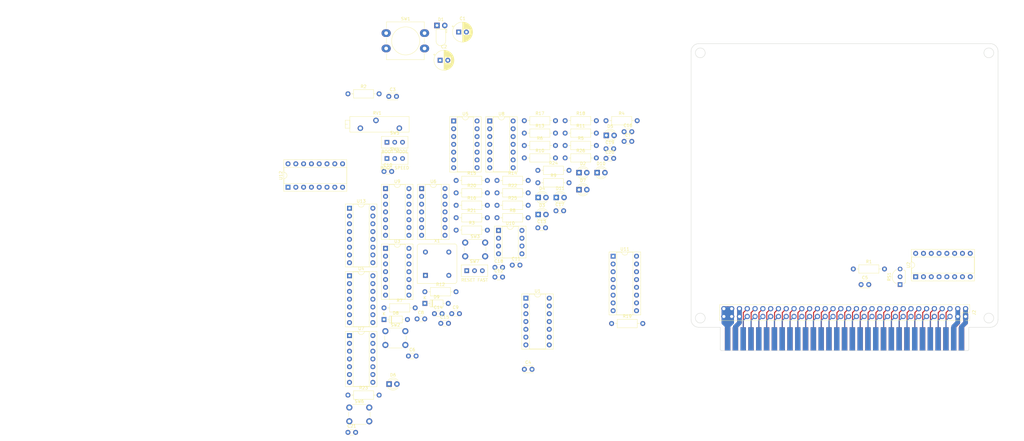
<source format=kicad_pcb>
(kicad_pcb (version 20211014) (generator pcbnew)
  (title_block (title "Clock card") (date "2022-10-15") (rev "1") (company "Frédéric Segard, aka Micro Hobbyist"))
  (layers (0 "F.Cu" signal) (31 "B.Cu" signal) (34 "B.Paste" user) (35 "F.Paste" user) (36 "B.SilkS" user "B.Silkscreen") (37 "F.SilkS" user "F.Silkscreen") (38 "B.Mask" user) (39 "F.Mask" user) (44 "Edge.Cuts" user))
  (net 0 "")
  (net 1 "+5V")
  (net 2 "GND")
  (net 3 "Net-(C5-Pad1)")
  (net 4 "Net-(C6-Pad1)")
  (net 5 "Net-(C7-Pad1)")
  (net 6 "Net-(C8-Pad1)")
  (net 7 "Net-(C9-Pad1)")
  (net 8 "Net-(C10-Pad1)")
  (net 9 "Net-(D1-Pad2)")
  (net 10 "Net-(D2-Pad2)")
  (net 11 "Net-(D3-Pad2)")
  (net 12 "Net-(D4-Pad2)")
  (net 13 "Net-(D5-Pad2)")
  (net 14 "Net-(D6-Pad1)")
  (net 15 "Net-(D7-Pad1)")
  (net 16 "Net-(D8-Pad2)")
  (net 17 "Net-(D10-Pad1)")
  (net 18 "Net-(D8-Pad1)")
  (net 19 "Net-(D9-Pad1)")
  (net 20 "Net-(D11-Pad2)")
  (net 21 "Net-(R2-Pad1)")
  (net 22 "/A15")
  (net 23 "/A14")
  (net 24 "/A13")
  (net 25 "/A12")
  (net 26 "/A11")
  (net 27 "/A10")
  (net 28 "/A9")
  (net 29 "/A8")
  (net 30 "/A7")
  (net 31 "/A6")
  (net 32 "/A5")
  (net 33 "/A4")
  (net 34 "/A3")
  (net 35 "/A2")
  (net 36 "/A1")
  (net 37 "/A0")
  (net 38 "/D0")
  (net 39 "/D1")
  (net 40 "/D2")
  (net 41 "/D3")
  (net 42 "/D4")
  (net 43 "/D5")
  (net 44 "/D6")
  (net 45 "/D7")
  (net 46 "/TX")
  (net 47 "/RX")
  (net 48 "/+3V3")
  (net 49 "/~{M1}")
  (net 50 "/~{RESET}")
  (net 51 "/CLK")
  (net 52 "/~{INT}")
  (net 53 "/~{MREQ}")
  (net 54 "/~{WR}")
  (net 55 "/~{RD}")
  (net 56 "/~{IORQ}")
  (net 57 "/~{MR}")
  (net 58 "/CLK2")
  (net 59 "/~{BUSAK}")
  (net 60 "/~{HALT}")
  (net 61 "/~{BUSRQ}")
  (net 62 "/~{WAIT}")
  (net 63 "/~{NMI}")
  (net 64 "/~{CLK_EN}")
  (net 65 "/~{CLK_SEL}")
  (net 66 "/CLK4")
  (net 67 "/~{PWR_UP}")
  (net 68 "/USER1")
  (net 69 "/USER2")
  (net 70 "/USER3")
  (net 71 "/USER4")
  (net 72 "/USER5")
  (net 73 "/USER6")
  (net 74 "/USER7")
  (net 75 "/USER8")
  (net 76 "Net-(R3-Pad2)")
  (net 77 "Net-(R5-Pad2)")
  (net 78 "Net-(R7-Pad1)")
  (net 79 "Net-(R8-Pad1)")
  (net 80 "Net-(R9-Pad1)")
  (net 81 "Net-(R10-Pad1)")
  (net 82 "Net-(R11-Pad1)")
  (net 83 "Net-(R12-Pad1)")
  (net 84 "Net-(R15-Pad2)")
  (net 85 "/Clock/SPEED")
  (net 86 "/Clock/MODE")
  (net 87 "Net-(R16-Pad1)")
  (net 88 "Net-(R17-Pad2)")
  (net 89 "Net-(R22-Pad1)")
  (net 90 "Net-(R20-Pad1)")
  (net 91 "Net-(R21-Pad1)")
  (net 92 "Net-(U1-Pad12)")
  (net 93 "Net-(R24-Pad1)")
  (net 94 "Net-(R26-Pad1)")
  (net 96 "Net-(U1-Pad2)")
  (net 99 "Net-(U3-Pad2)")
  (net 100 "Net-(U2-Pad2)")
  (net 101 "Net-(U2-Pad5)")
  (net 102 "Net-(U2-Pad11)")
  (net 103 "Net-(U2-Pad10)")
  (net 104 "Net-(U2-Pad12)")
  (net 105 "Net-(U3-Pad1)")
  (net 106 "Net-(U3-Pad3)")
  (net 107 "Net-(U3-Pad4)")
  (net 108 "Net-(U12-Pad5)")
  (net 109 "/Clock/FAST")
  (net 110 "Net-(U3-Pad8)")
  (net 111 "/Clock/CLK1")
  (net 112 "Net-(U3-Pad10)")
  (net 114 "Net-(U4-Pad2)")
  (net 115 "Net-(U4-Pad4)")
  (net 116 "/Clock/STEP")
  (net 117 "Net-(U13-Pad6)")
  (net 118 "Net-(U6-Pad2)")
  (net 119 "Net-(U6-Pad12)")
  (net 120 "Net-(U7-Pad2)")
  (net 121 "Net-(U7-Pad3)")
  (net 122 "Net-(U7-Pad12)")
  (net 123 "/Clock/SLOW")
  (net 124 "Net-(U10-Pad3)")
  (net 125 "/Clock/Q0")
  (net 128 "/Clock/Q1")
  (net 129 "Net-(U12-Pad6)")
  (footprint "Package_DIP:DIP-14_W7.62mm_Socket" (layer "F.Cu") (at -10.145 93.16)
    (fp_text reference "U9")
    (fp_text value "74AHC74")
  )
  (footprint "Resistor_THT:R_Axial_DIN0207_L6.3mm_D2.5mm_P10.16mm_Horizontal" (layer "F.Cu") (at 26.165 94.56)
    (fp_text reference "R22")
    (fp_text value "3K3")
  )
  (footprint "Package_DIP:DIP-16_W7.62mm_Socket" (layer "F.Cu") (at 64 115.21)
    (fp_text reference "U11")
    (fp_text value "74AHC138")
  )
  (footprint "Package_DIP:DIP-14_W7.62mm_Socket" (layer "F.Cu") (at 35.57 128.9)
    (fp_text reference "U1")
    (fp_text value "74AHC14")
  )
  (footprint "Resistor_THT:R_Axial_DIN0207_L6.3mm_D2.5mm_P10.16mm_Horizontal" (layer "F.Cu") (at 12.855 98.61)
    (fp_text reference "R16")
    (fp_text value "220")
  )
  (footprint "Capacitor_THT:C_Disc_D3.0mm_W1.6mm_P2.50mm" (layer "F.Cu") (at 5.775 133.96)
    (fp_text reference "C14")
    (fp_text value "0.1uF")
  )
  (footprint "Resistor_THT:R_Axial_DIN0207_L6.3mm_D2.5mm_P10.16mm_Horizontal" (layer "F.Cu") (at 12.855 90.51)
    (fp_text reference "R15")
    (fp_text value "1K")
  )
  (footprint "LED_THT:LED_D3.0mm" (layer "F.Cu") (at 39.575 96.06)
    (fp_text reference "D4")
    (fp_text value "FAST")
  )
  (footprint "Capacitor_THT:C_Disc_D3.0mm_W2.0mm_P2.50mm" (layer "F.Cu") (at 144.78 124.46)
    (fp_text reference "C5")
    (fp_text value "1uF")
  )
  (footprint "Resistor_THT:R_Axial_DIN0207_L6.3mm_D2.5mm_P10.16mm_Horizontal" (layer "F.Cu") (at 61.675 71.01)
    (fp_text reference "R4")
    (fp_text value "20K")
  )
  (footprint "Resistor_THT:R_Axial_DIN0207_L6.3mm_D2.5mm_P10.16mm_Horizontal" (layer "F.Cu") (at 35.055 71.01)
    (fp_text reference "R17")
    (fp_text value "1K")
  )
  (footprint "Resistor_THT:R_Axial_DIN0207_L6.3mm_D2.5mm_P10.16mm_Horizontal" (layer "F.Cu") (at 2.665 126.81)
    (fp_text reference "R12")
    (fp_text value "3K3")
  )
  (footprint "Button_Switch_THT:SW_PUSH_6mm" (layer "F.Cu") (at 15.805 110.76)
    (fp_text reference "SW3")
    (fp_text value "SPEED")
  )
  (footprint "Capacitor_THT:CP_Radial_D6.3mm_P2.50mm" (layer "F.Cu") (at 7.640241 51.3)
    (fp_text reference "C2")
    (fp_text value "10uF")
  )
  (footprint "LED_THT:LED_D3.0mm" (layer "F.Cu") (at 58.785 87.96)
    (fp_text reference "D10")
    (fp_text value "HIGH")
  )
  (footprint "Resistor_THT:R_Axial_DIN0207_L6.3mm_D2.5mm_P10.16mm_Horizontal" (layer "F.Cu") (at -10.645 132.06)
    (fp_text reference "R7")
    (fp_text value "3K3")
  )
  (footprint "Capacitor_THT:C_Disc_D3.0mm_W1.6mm_P2.50mm" (layer "F.Cu") (at -2.695 147.76)
    (fp_text reference "C6")
    (fp_text value "1uF")
  )
  (footprint "Package_DIP:DIP-14_W7.62mm_Socket" (layer "F.Cu") (at 12.055 71.11)
    (fp_text reference "U5")
    (fp_text value "74AHC74")
  )
  (footprint "0_Z80_Library:Microswitch_2.54mm_spacing" (layer "F.Cu") (at 16.3085 119.9405)
    (fp_text reference "SW7")
    (fp_text value "RESET FAST")
  )
  (footprint "Button_Switch_THT:SW_PUSH_6mm" (layer "F.Cu") (at -21.945 164.56)
    (fp_text reference "SW6")
    (fp_text value "STEP")
  )
  (footprint "Package_DIP:DIP-14_W7.62mm_Socket" (layer "F.Cu") (at -10.145 112.66)
    (fp_text reference "U3")
    (fp_text value "74AHC08")
  )
  (footprint "Resistor_THT:R_Axial_DIN0207_L6.3mm_D2.5mm_P10.16mm_Horizontal" (layer "F.Cu") (at -22.395 160.51)
    (fp_text reference "R23")
    (fp_text value "330")
  )
  (footprint "Capacitor_THT:C_Disc_D3.0mm_W1.6mm_P2.50mm" (layer "F.Cu") (at 39.475 105.96)
    (fp_text reference "C13")
    (fp_text value "0.1uF")
  )
  (footprint "0_Z80_Library:BUS_XT" (layer "F.Cu") (at 139.39 138.39)
    (fp_text reference "J1" hide)
    (fp_text value "BUS 1")
    (fp_line (start 40.5 7.2) (end 40.5 0) (layer "Edge.Cuts") (width 0.12))
    (fp_line (start -40.1 7.6) (end 40.1 7.6) (layer "Edge.Cuts") (width 0.12))
    (fp_line (start 47.5 0) (end 40.5 0) (layer "Edge.Cuts") (width 0.12))
    (fp_line (start -47.5 -92.5) (end 47.5 -92.5) (layer "Edge.Cuts") (width 0.12))
    (fp_line (start -40.5 7.2) (end -40.5 0) (layer "Edge.Cuts") (width 0.12))
    (fp_line (start -47.5 0) (end -40.5 0) (layer "Edge.Cuts") (width 0.12))
    (fp_line (start 50 -90) (end 50 -2.5) (layer "Edge.Cuts") (width 0.12))
    (fp_line (start -50 -2.5) (end -50 -90) (layer "Edge.Cuts") (width 0.12))
    (fp_arc (start 40.5 7.2) (mid 40.382843 7.482843) (end 40.1 7.6) (layer "Edge.Cuts") (width 0.12))
    (fp_arc (start -40.1 7.6) (mid -40.382843 7.482843) (end -40.5 7.2) (layer "Edge.Cuts") (width 0.12))
    (fp_arc (start -47.5 0) (mid -49.267767 -0.732233) (end -50 -2.5) (layer "Edge.Cuts") (width 0.12))
    (fp_arc (start -50 -90) (mid -49.267767 -91.767767) (end -47.5 -92.5) (layer "Edge.Cuts") (width 0.12))
    (fp_arc (start 47.5 -92.5) (mid 49.267767 -91.767767) (end 50 -90) (layer "Edge.Cuts") (width 0.12))
    (fp_arc (start 50 -2.5) (mid 49.267767 -0.732233) (end 47.5 0) (layer "Edge.Cuts") (width 0.12))
    (fp_circle (center 47 -3) (end 48.6 -3) (layer "Edge.Cuts") (width 0.12) (fill none))
    (fp_circle (center 47 -89.5) (end 48.6 -89.5) (layer "Edge.Cuts") (width 0.12) (fill none))
    (fp_circle (center -47 -89.5) (end -45.4 -89.5) (layer "Edge.Cuts") (width 0.12) (fill none))
    (fp_circle (center -47 -3) (end -45.4 -3) (layer "Edge.Cuts") (width 0.12) (fill none))
  )
  (footprint "Resistor_THT:R_Axial_DIN0207_L6.3mm_D2.5mm_P10.16mm_Horizontal" (layer "F.Cu") (at 12.855 106.71)
    (fp_text reference "R3")
    (fp_text value "1K")
  )
  (footprint "Capacitor_THT:C_Disc_D3.0mm_W1.6mm_P2.50mm" (layer "F.Cu") (at 11.425 133.96)
    (fp_text reference "C9")
    (fp_text value "1uF")
  )
  (footprint "Resistor_THT:R_Axial_DIN0207_L6.3mm_D2.5mm_P10.16mm_Horizontal" (layer "F.Cu") (at 48.365 75.06)
    (fp_text reference "R11")
    (fp_text value "3K3")
  )
  (footprint "Capacitor_THT:C_Disc_D3.0mm_W1.6mm_P2.50mm" (layer "F.Cu") (at 61.675 83.31)
    (fp_text reference "C20")
    (fp_text value "0.1uF")
  )
  (footprint "Diode_THT:D_DO-35_SOD27_P7.62mm_Horizontal" (layer "F.Cu") (at -10.645 135.86)
    (fp_text reference "D8")
    (fp_text value "1N4148")
  )
  (footprint "0_Z80_Library:Microswitch_2.54mm_spacing" (layer "F.Cu") (at -9.6915 78.0405)
    (fp_text reference "SW5")
    (fp_text value "BOOT MODE")
  )
  (footprint "Package_DIP:DIP-16_W7.62mm_Socket" (layer "F.Cu") (at 162.56 121.92 90)
    (fp_text reference "U2")
    (fp_text value "74AHC174")
  )
  (footprint "LED_THT:LED_D3.0mm" (layer "F.Cu") (at 61.775 75.81)
    (fp_text reference "D5")
    (fp_text value "STEP")
  )
  (footprint "Package_DIP:DIP-14_W7.62mm_Socket" (layer "F.Cu") (at 1.605 93.16)
    (fp_text reference "U6")
    (fp_text value "74AHC74")
  )
  (footprint "Connector_PinSocket_2.54mm:PinSocket_2x32_P2.54mm_Vertical" (layer "F.Cu") (at 178.816 134.874 -90)
    (fp_text reference "J2")
    (fp_text value "EXT BUS")
  )
  (footprint "Resistor_THT:R_Axial_DIN0207_L6.3mm_D2.5mm_P10.16mm_Horizontal" (layer "F.Cu") (at 39.475 91.26)
    (fp_text reference "R9")
    (fp_text value "150")
  )
  (footprint "Potentiometer_THT:Potentiometer_Bourns_3006P_Horizontal" (layer "F.Cu") (at -5.645 73.46)
    (fp_text reference "RV1")
    (fp_text value "5M")
  )
  (footprint "Capacitor_THT:C_Disc_D3.0mm_W1.6mm_P2.50mm" (layer "F.Cu") (at -22.395 172.66)
    (fp_text reference "C21")
    (fp_text value "0.1uF")
  )
  (footprint "Capacitor_THT:C_Disc_D3.0mm_W1.6mm_P2.50mm" (layer "F.Cu") (at 31.135 118.11)
    (fp_text reference "C11")
    (fp_text value "0.1uF")
  )
  (footprint "Resistor_THT:R_Axial_DIN0207_L6.3mm_D2.5mm_P10.16mm_Horizontal" (layer "F.Cu") (at 35.055 79.11)
    (fp_text reference "R6")
    (fp_text value "20K")
  )
  (footprint "Resistor_THT:R_Axial_DIN0207_L6.3mm_D2.5mm_P10.16mm_Horizontal" (layer "F.Cu") (at 48.365 79.11)
    (fp_text reference "R5")
    (fp_text value "1K")
  )
  (footprint "LED_THT:LED_D3.0mm" (layer "F.Cu") (at 45.475 96.06)
    (fp_text reference "D11")
    (fp_text value "CLOCK")
  )
  (footprint "Capacitor_THT:CP_Radial_D6.3mm_P2.50mm" (layer "F.Cu") (at 13.690241 42.1)
    (fp_text reference "C1")
    (fp_text value "10uF")
  )
  (footprint "Capacitor_THT:C_Disc_D3.0mm_W1.6mm_P2.50mm" (layer "F.Cu") (at -10.645 87.58)
    (fp_text reference "C10")
    (fp_text value "0.1uF")
  )
  (footprint "Package_DIP:DIP-14_W7.62mm_Socket" (layer "F.Cu") (at -21.895 141.11)
    (fp_text reference "U7")
    (fp_text value "74AHC74")
  )
  (footprint "Button_Switch_THT:SW_PUSH_6mm" (layer "F.Cu") (at -10.195 139.66)
    (fp_text reference "SW2")
    (fp_text value "MODE")
  )
  (footprint "Resistor_THT:R_Axial_DIN0207_L6.3mm_D2.5mm_P10.16mm_Horizontal" (layer "F.Cu") (at 142.24 119.38)
    (fp_text reference "R1")
    (fp_text value "10K")
  )
  (footprint "Capacitor_THT:C_Disc_D3.0mm_W1.6mm_P2.50mm" (layer "F.Cu") (at 45.375 100.41)
    (fp_text reference "C17")
    (fp_text value "0.1uF")
  )
  (footprint "Capacitor_THT:C_Disc_D3.0mm_W1.6mm_P2.50mm" (layer "F.Cu") (at 0.125 135.66)
    (fp_text reference "C8")
    (fp_text value "0.10uF")
  )
  (footprint "Capacitor_THT:C_Disc_D3.0mm_W1.6mm_P2.50mm" (layer "F.Cu") (at 67.575 77.76)
    (fp_text reference "C7")
    (fp_text value "1uF")
  )
  (footprint "Diode_THT:D_DO-35_SOD27_P7.62mm_Horizontal" (layer "F.Cu") (at 2.665 130.61)
    (fp_text reference "D9")
    (fp_text value "1N4148")
  )
  (footprint "LED_THT:LED_D3.0mm" (layer "F.Cu") (at 39.575 101.61)
    (fp_text reference "D3")
    (fp_text value "RUN")
  )
  (footprint "Package_DIP:DIP-14_W7.62mm_Socket" (layer "F.Cu") (at 23.805 71.11)
    (fp_text reference "U8")
    (fp_text value "74AHC74")
  )
  (footprint "0_Z80_Library:Microswitch_2.54mm_spacing" (layer "F.Cu") (at -9.6915 83.3505)
    (fp_text reference "SW4")
    (fp_text value "BOOT SPEED")
  )
  (footprint "Capacitor_THT:C_Disc_D3.0mm_W1.6mm_P2.50mm" (layer "F.Cu") (at 61.675 80.16)
    (fp_text reference "C19")
    (fp_text value "0.1uF")
  )
  (footprint "Capacitor_THT:C_Disc_D3.0mm_W1.6mm_P2.50mm" (layer "F.Cu") (at 25.485 122.01)
    (fp_text reference "C12")
    (fp_text value "0.1uF")
  )
  (footprint "Resistor_THT:R_Axial_DIN0207_L6.3mm_D2.5mm_P10.16mm_Horizontal" (layer "F.Cu") (at 26.165 98.61)
    (fp_text reference "R25")
    (fp_text value "3K3")
  )
  (footprint "Capacitor_THT:C_Disc_D3.0mm_W2.0mm_P2.50mm" (layer "F.Cu") (at 35.07 152.1)
    (fp_text reference "C4")
    (fp_text value "1uF")
  )
  (footprint "Package_DIP:DIP-16_W7.62mm_Socket" (layer "F.Cu") (at -41.92 92.7 90)
    (fp_text reference "U12")
    (fp_text value "74HC251")
  )
  (footprint "Button_Switch_THT:SW_PUSH-12mm_Wuerth-430476085716" (layer "F.Cu") (at -9.945 42.45)
    (fp_text reference "SW1")
    (fp_text value "RESET")
  )
  (footprint "Resistor_THT:R_Axial_DIN0207_L6.3mm_D2.5mm_P10.16mm_Horizontal" (layer "F.Cu") (at 63.5 137.16)
    (fp_text reference "R19")
    (fp_text value "3K3")
  )
  (footprint "Capacitor_THT:C_Disc_D3.0mm_W1.6mm_P2.50mm" (layer "F.Cu") (at 67.575 74.61)
    (fp_text reference "C16")
    (fp_text value "0.1uF")
  )
  (footprint "Resistor_THT:R_Axial_DIN0207_L6.3mm_D2.5mm_P10.16mm_Horizontal" (layer "F.Cu") (at 26.165 102.66)
    (fp_text reference "R8")
    (fp_text value "3K3")
  )
  (footprint "Package_TO_SOT_THT:TO-92L_Inline_Wide" (layer "F.Cu") (at 157.48 124.46 90)
    (fp_text reference "RS1")
    (fp_text value "DS1813")
  )
  (footprint "Oscillator:Oscillator_DIP-8" (layer "F.Cu") (at 2.845 121.47)
    (fp_text reference "X1")
    (fp_text value "14.7456MHz")
  )
  (footprint "Resistor_THT:R_Axial_DIN0207_L6.3mm_D2.5mm_P10.16mm_Horizontal" (layer "F.Cu") (at 48.365 71.01)
    (fp_text reference "R18")
    (fp_text value "20K")
  )
  (footprint "Package_DIP:DIP-16_W7.62mm_Socket" (layer "F.Cu") (at -21.895 99.56)
    (fp_text reference "U13")
    (fp_text value "74HC251")
  )
  (footprint "LED_THT:LED_D3.0mm" (layer "F.Cu") (at -8.985 156.91)
    (fp_text reference "D6")
    (fp_text value "LOW")
  )
  (footprint "LED_THT:LED_D3.0mm" (layer "F.Cu") (at 52.885 93.51)
    (fp_text reference "D7")
    (fp_text value "MID")
  )
  (footprint "Resistor_THT:R_Axial_DIN0207_L6.3mm_D2.5mm_P10.16mm_Horizontal" (layer "F.Cu") (at 48.365 83.16)
    (fp_text reference "R26")
    (fp_text value "3K3")
  )
  (footprint "Package_DIP:DIP-14_W7.62mm_Socket" (layer "F.Cu") (at -21.895 121.61)
    (fp_text reference "U4")
    (fp_text value "74AHC14")
  )
  (footprint "Package_DIP:DIP-8_W7.62mm_Socket" (layer "F.Cu") (at 26.665 106.81)
    (fp_text reference "U10")
    (fp_text value "LMC555")
  )
  (footprint "Capacitor_THT:C_Disc_D3.0mm_W2.0mm_P2.50mm" (layer "F.Cu") (at -9.085 63.1)
    (fp_text reference "C3")
    (fp_text value "1uF")
  )
  (footprint "Resistor_THT:R_Axial_DIN0207_L6.3mm_D2.5mm_P10.16mm_Horizontal" (layer "F.Cu") (at 39.475 87.21)
    (fp_text reference "R24")
    (fp_text value "3K3")
  )
  (footprint "Resistor_THT:R_Axial_DIN0207_L6.3mm_D2.5mm_P10.16mm_Horizontal" (layer "F.Cu") (at 26.165 90.51)
    (fp_text reference "R14")
    (fp_text value "3K3")
  )
  (footprint "Resistor_THT:R_Axial_DIN0207_L6.3mm_D2.5mm_P10.16mm_Horizontal" (layer "F.Cu") (at 12.855 94.56)
    (fp_text reference "R20")
    (fp_text value "220")
  )
  (footprint "Resistor_THT:R_Axial_DIN0207_L6.3mm_D2.5mm_P10.16mm_Horizontal" (layer "F.Cu") (at 35.055 75.06)
    (fp_text reference "R13")
    (fp_text value "330")
  )
  (footprint "Capacitor_THT:C_Disc_D3.0mm_W1.6mm_P2.50mm" (layer "F.Cu") (at 25.485 118.86)
    (fp_text reference "C18")
    (fp_text value "0.1uF")
  )
  (footprint "Resistor_THT:R_Axial_DIN0207_L6.3mm_D2.5mm_P10.16mm_Horizontal" (layer "F.Cu") (at 35.055 83.16)
    (fp_text reference "R10")
    (fp_text value "3K3")
  )
  (footprint "Capacitor_THT:C_Disc_D3.0mm_W1.6mm_P2.50mm" (layer "F.Cu") (at 7.855 137.11)
    (fp_text reference "C15")
    (fp_text value "0.1uF")
  )
  (footprint "LED_THT:LED_D3.0mm_Horizontal_O1.27mm_Z2.0mm_Clear" (layer "F.Cu") (at 6.605 39.95)
    (fp_text reference "D1")
    (fp_text value "RST LED")
  )
  (footprint "Resistor_THT:R_Axial_DIN0207_L6.3mm_D2.5mm_P10.16mm_Horizontal" (layer "F.Cu") (at -22.395 62.25)
    (fp_text reference "R2")
    (fp_text value "330")
  )
  (footprint "LED_THT:LED_D3.0mm" (layer "F.Cu") (at 52.885 87.96)
    (fp_text reference "D2")
    (fp_text value "SLOW")
  )
  (footprint "Resistor_THT:R_Axial_DIN0207_L6.3mm_D2.5mm_P10.16mm_Horizontal" (layer "F.Cu") (at 12.855 102.66)
    (fp_text reference "R21")
    (fp_text value "150")
  )
  (segment (start 174.95 138.232) (end 176.276 136.906) (width 1.5) (layer "F.Cu") (net 1))
  (segment (start 103.83 142.2) (end 103.83 138.232) (width 1.5) (layer "F.Cu") (net 1))
  (segment (start 103.83 138.232) (end 105.156 136.906) (width 1.5) (layer "F.Cu") (net 1))
  (segment (start 105.156 136.906) (end 105.156 134.874) (width 1.5) (layer "F.Cu") (net 1))
  (segment (start 176.276 136.906) (end 176.276 134.874) (width 1.5) (layer "F.Cu") (net 1))
  (segment (start 176.276 134.874) (end 176.276 132.334) (width 1.5) (layer "F.Cu") (net 1))
  (segment (start 174.95 142.2) (end 174.95 138.232) (width 1.5) (layer "F.Cu") (net 1))
  (segment (start 105.156 134.874) (end 105.156 132.334) (width 1.5) (layer "F.Cu") (net 1))
  (segment (start 103.83 142.2) (end 103.83 138.232) (width 1.5) (layer "B.Cu") (net 1))
  (segment (start 174.95 142.2) (end 174.95 138.14) (width 1.5) (layer "B.Cu") (net 1))
  (segment (start 105.156 136.906) (end 105.156 134.874) (width 1.5) (layer "B.Cu") (net 1))
  (segment (start 103.83 138.232) (end 105.156 136.906) (width 1.5) (layer "B.Cu") (net 1))
  (segment (start 176.276 134.874) (end 176.276 132.334) (width 1.5) (layer "B.Cu") (net 1))
  (segment (start 105.156 134.874) (end 105.156 132.334) (width 1.5) (layer "B.Cu") (net 1))
  (segment (start 174.95 138.14) (end 176.276 136.814) (width 1.5) (layer "B.Cu") (net 1))
  (segment (start 176.276 136.814) (end 176.276 134.874) (width 1.5) (layer "B.Cu") (net 1))
  (segment (start 177.49 138.232) (end 178.816 136.906) (width 1.5) (layer "F.Cu") (net 2))
  (segment (start 101.29 142.2) (end 101.29 137.866) (width 1.5) (layer "F.Cu") (net 2))
  (segment (start 100.076 136.652) (end 100.076 134.874) (width 1.5) (layer "F.Cu") (net 2))
  (segment (start 101.29 132.39) (end 101.346 132.334) (width 1.5) (layer "F.Cu") (net 2))
  (segment (start 178.816 134.874) (end 178.816 132.334) (width 1.5) (layer "F.Cu") (net 2))
  (segment (start 101.346 132.334) (end 100.076 132.334) (width 1.5) (layer "F.Cu") (net 2))
  (segment (start 101.29 137.978) (end 102.616 136.652) (width 1.5) (layer "F.Cu") (net 2))
  (segment (start 100.076 134.874) (end 100.076 132.334) (width 1.5) (layer "F.Cu") (net 2))
  (segment (start 101.29 142.2) (end 101.29 137.978) (width 1.5) (layer "F.Cu") (net 2))
  (segment (start 102.616 132.334) (end 101.346 132.334) (width 1.5) (layer "F.Cu") (net 2))
  (segment (start 102.616 134.874) (end 102.616 132.334) (width 1.5) (layer "F.Cu") (net 2))
  (segment (start 101.29 137.866) (end 100.076 136.652) (width 1.5) (layer "F.Cu") (net 2))
  (segment (start 177.49 142.2) (end 177.49 138.232) (width 1.5) (layer "F.Cu") (net 2))
  (segment (start 178.816 136.906) (end 178.816 134.874) (width 1.5) (layer "F.Cu") (net 2))
  (segment (start 101.29 137.866) (end 101.29 132.39) (width 1.5) (layer "F.Cu") (net 2))
  (segment (start 102.616 136.652) (end 102.616 134.874) (width 1.5) (layer "F.Cu") (net 2))
  (segment (start 101.29 138.12) (end 101.346 138.064) (width 1.5) (layer "B.Cu") (net 2))
  (segment (start 178.816 134.874) (end 178.816 132.334) (width 1.5) (layer "B.Cu") (net 2))
  (segment (start 102.616 136.794) (end 102.616 134.874) (width 1.5) (layer "B.Cu") (net 2))
  (segment (start 101.29 138.12) (end 102.616 136.794) (width 1.5) (layer "B.Cu") (net 2))
  (segment (start 101.29 142.2) (end 101.29 138.12) (width 1.5) (layer "B.Cu") (net 2))
  (segment (start 177.49 142.2) (end 177.49 138.232) (width 1.5) (layer "B.Cu") (net 2))
  (segment (start 177.49 138.232) (end 178.816 136.906) (width 1.5) (layer "B.Cu") (net 2))
  (segment (start 102.616 134.874) (end 102.616 132.334) (width 1.5) (layer "B.Cu") (net 2))
  (segment (start 101.346 138.064) (end 101.346 133.604) (width 1.5) (layer "B.Cu") (net 2))
  (segment (start 101.29 138.12) (end 100.076 136.906) (width 1.5) (layer "B.Cu") (net 2))
  (segment (start 102.616 132.334) (end 100.076 132.334) (width 1.5) (layer "B.Cu") (net 2))
  (segment (start 178.816 136.906) (end 178.816 134.874) (width 1.5) (layer "B.Cu") (net 2))
  (segment (start 101.346 133.604) (end 100.076 132.334) (width 1.5) (layer "B.Cu") (net 2))
  (segment (start 100.076 136.906) (end 100.076 134.874) (width 1.5) (layer "B.Cu") (net 2))
  (segment (start 100.076 134.874) (end 100.076 132.334) (width 1.5) (layer "B.Cu") (net 2))
  (segment (start 102.616 132.334) (end 101.346 133.604) (width 1.5) (layer "B.Cu") (net 2))
  (segment (start 172.466 133.604) (end 172.466 142.144) (width 0.35) (layer "F.Cu") (net 22))
  (segment (start 173.736 132.334) (end 172.466 133.604) (width 0.35) (layer "F.Cu") (net 22))
  (segment (start 172.466 142.144) (end 172.41 142.2) (width 0.35) (layer "F.Cu") (net 22))
  (segment (start 169.926 142.144) (end 169.87 142.2) (width 0.35) (layer "F.Cu") (net 23))
  (segment (start 171.196 132.334) (end 169.926 133.604) (width 0.35) (layer "F.Cu") (net 23))
  (segment (start 169.926 133.604) (end 169.926 142.144) (width 0.35) (layer "F.Cu") (net 23))
  (segment (start 167.386 142.144) (end 167.33 142.2) (width 0.35) (layer "F.Cu") (net 24))
  (segment (start 168.656 132.334) (end 167.386 133.604) (width 0.35) (layer "F.Cu") (net 24))
  (segment (start 167.386 133.604) (end 167.386 142.144) (width 0.35) (layer "F.Cu") (net 24))
  (segment (start 164.846 133.604) (end 164.846 142.144) (width 0.35) (layer "F.Cu") (net 25))
  (segment (start 166.116 132.334) (end 164.846 133.604) (width 0.35) (layer "F.Cu") (net 25))
  (segment (start 164.846 142.144) (end 164.79 142.2) (width 0.35) (layer "F.Cu") (net 25))
  (segment (start 163.576 132.334) (end 162.306 133.604) (width 0.35) (layer "F.Cu") (net 26))
  (segment (start 162.306 133.604) (end 162.306 142.144) (width 0.35) (layer "F.Cu") (net 26))
  (segment (start 162.306 142.144) (end 162.25 142.2) (width 0.35) (layer "F.Cu") (net 26))
  (segment (start 159.766 142.144) (end 159.71 142.2) (width 0.35) (layer "F.Cu") (net 27))
  (segment (start 159.766 133.604) (end 159.766 142.144) (width 0.35) (layer "F.Cu") (net 27))
  (segment (start 161.036 132.334) (end 159.766 133.604) (width 0.35) (layer "F.Cu") (net 27))
  (segment (start 158.496 132.334) (end 157.226 133.604) (width 0.35) (layer "F.Cu") (net 28))
  (segment (start 157.226 133.604) (end 157.226 142.144) (width 0.35) (layer "F.Cu") (net 28))
  (segment (start 157.226 142.144) (end 157.17 142.2) (width 0.35) (layer "F.Cu") (net 28))
  (segment (start 154.686 142.144) (end 154.63 142.2) (width 0.35) (layer "F.Cu") (net 29))
  (segment (start 154.686 133.604) (end 154.686 142.144) (width 0.35) (layer "F.Cu") (net 29))
  (segment (start 155.956 132.334) (end 154.686 133.604) (width 0.35) (layer "F.Cu") (net 29))
  (segment (start 152.146 142.144) (end 152.09 142.2) (width 0.35) (layer "F.Cu") (net 30))
  (segment (start 152.146 133.604) (end 152.146 142.144) (width 0.35) (layer "F.Cu") (net 30))
  (segment (start 153.416 132.334) (end 152.146 133.604) (width 0.35) (layer "F.Cu") (net 30))
  (segment (start 149.606 142.144) (end 149.55 142.2) (width 0.35) (layer "F.Cu") (net 31))
  (segment (start 149.606 133.604) (end 149.606 142.144) (width 0.35) (layer "F.Cu") (net 31))
  (segment (start 150.876 132.334) (end 149.606 133.604) (width 0.35) (layer "F.Cu") (net 31))
  (segment (start 147.066 133.604) (end 147.066 142.144) (width 0.35) (layer "F.Cu") (net 32))
  (segment (start 148.336 132.334) (end 147.066 133.604) (width 0.35) (layer "F.Cu") (net 32))
  (segment (start 147.066 142.144) (end 147.01 142.2) (width 0.35) (layer "F.Cu") (net 32))
  (segment (start 144.526 142.144) (end 144.47 142.2) (width 0.35) (layer "F.Cu") (net 33))
  (segment (start 145.796 132.334) (end 144.526 133.604) (width 0.35) (layer "F.Cu") (net 33))
  (segment (start 144.526 133.604) (end 144.526 142.144) (width 0.35) (layer "F.Cu") (net 33))
  (segment (start 141.986 142.144) (end 141.93 142.2) (width 0.35) (layer "F.Cu") (net 34))
  (segment (start 143.256 132.334) (end 141.986 133.604) (width 0.35) (layer "F.Cu") (net 34))
  (segment (start 141.986 133.604) (end 141.986 142.144) (width 0.35) (layer "F.Cu") (net 34))
  (segment (start 139.446 133.604) (end 139.446 142.144) (width 0.35) (layer "F.Cu") (net 35))
  (segment (start 139.446 142.144) (end 139.39 142.2) (width 0.35) (layer "F.Cu") (net 35))
  (segment (start 140.716 132.334) (end 139.446 133.604) (width 0.35) (layer "F.Cu") (net 35))
  (segment (start 138.176 132.334) (end 136.906 133.604) (width 0.35) (layer "F.Cu") (net 36))
  (segment (start 136.906 142.144) (end 136.85 142.2) (width 0.35) (layer "F.Cu") (net 36))
  (segment (start 136.906 133.604) (end 136.906 142.144) (width 0.35) (layer "F.Cu") (net 36))
  (segment (start 134.366 142.144) (end 134.31 142.2) (width 0.35) (layer "F.Cu") (net 37))
  (segment (start 134.366 133.604) (end 134.366 142.144) (width 0.35) (layer "F.Cu") (net 37))
  (segment (start 135.636 132.334) (end 134.366 133.604) (width 0.35) (layer "F.Cu") (net 37))
  (segment (start 131.826 133.604) (end 131.826 142.144) (width 0.35) (layer "F.Cu") (net 38))
  (segment (start 131.826 142.144) (end 131.77 142.2) (width 0.35) (layer "F.Cu") (net 38))
  (segment (start 133.096 132.334) (end 131.826 133.604) (width 0.35) (layer "F.Cu") (net 38))
  (segment (start 130.556 132.334) (end 129.286 133.604) (width 0.35) (layer "F.Cu") (net 39))
  (segment (start 129.286 142.144) (end 129.23 142.2) (width 0.35) (layer "F.Cu") (net 39))
  (segment (start 129.286 133.604) (end 129.286 142.144) (width 0.35) (layer "F.Cu") (net 39))
  (segment (start 126.746 133.604) (end 126.746 142.144) (width 0.35) (layer "F.Cu") (net 40))
  (segment (start 128.016 132.334) (end 126.746 133.604) (width 0.35) (layer "F.Cu") (net 40))
  (segment (start 126.746 142.144) (end 126.69 142.2) (width 0.35) (layer "F.Cu") (net 40))
  (segment (start 125.476 132.334) (end 124.206 133.604) (width 0.35) (layer "F.Cu") (net 41))
  (segment (start 124.206 133.604) (end 124.206 142.144) (width 0.35) (layer "F.Cu") (net 41))
  (segment (start 124.206 142.144) (end 124.15 142.2) (width 0.35) (layer "F.Cu") (net 41))
  (segment (start 121.666 133.604) (end 121.666 142.144) (width 0.35) (layer "F.Cu") (net 42))
  (segment (start 122.936 132.334) (end 121.666 133.604) (width 0.35) (layer "F.Cu") (net 42))
  (segment (start 121.666 142.144) (end 121.61 142.2) (width 0.35) (layer "F.Cu") (net 42))
  (segment (start 120.396 132.334) (end 119.126 133.604) (width 0.35) (layer "F.Cu") (net 43))
  (segment (start 119.126 142.144) (end 119.07 142.2) (width 0.35) (layer "F.Cu") (net 43))
  (segment (start 119.126 133.604) (end 119.126 142.144) (width 0.35) (layer "F.Cu") (net 43))
  (segment (start 116.586 133.604) (end 116.586 142.144) (width 0.35) (layer "F.Cu") (net 44))
  (segment (start 116.586 142.144) (end 116.53 142.2) (width 0.35) (layer "F.Cu") (net 44))
  (segment (start 117.856 132.334) (end 116.586 133.604) (width 0.35) (layer "F.Cu") (net 44))
  (segment (start 115.316 132.334) (end 114.046 133.604) (width 0.35) (layer "F.Cu") (net 45))
  (segment (start 114.046 142.144) (end 113.99 142.2) (width 0.35) (layer "F.Cu") (net 45))
  (segment (start 114.046 133.604) (end 114.046 142.144) (width 0.35) (layer "F.Cu") (net 45))
  (segment (start 111.506 142.144) (end 111.45 142.2) (width 0.35) (layer "F.Cu") (net 46))
  (segment (start 111.506 133.604) (end 111.506 142.144) (width 0.35) (layer "F.Cu") (net 46))
  (segment (start 112.776 132.334) (end 111.506 133.604) (width 0.35) (layer "F.Cu") (net 46))
  (segment (start 108.966 142.144) (end 108.91 142.2) (width 0.35) (layer "F.Cu") (net 47))
  (segment (start 110.236 132.334) (end 108.966 133.604) (width 0.35) (layer "F.Cu") (net 47))
  (segment (start 108.966 133.604) (end 108.966 142.144) (width 0.35) (layer "F.Cu") (net 47))
  (segment (start 106.426 133.604) (end 106.426 142.144) (width 0.35) (layer "F.Cu") (net 48))
  (segment (start 106.426 142.144) (end 106.37 142.2) (width 0.35) (layer "F.Cu") (net 48))
  (segment (start 107.696 132.334) (end 106.426 133.604) (width 0.35) (layer "F.Cu") (net 48))
  (segment (start 106.37 142.2) (end 106.37 138.9178) (width 0.35) (layer "F.Cu") (net 48))
  (segment (start 173.736 134.874) (end 172.41 136.2) (width 0.35) (layer "B.Cu") (net 49))
  (segment (start 172.41 136.2) (end 172.41 142.2) (width 0.35) (layer "B.Cu") (net 49))
  (segment (start 171.196 134.874) (end 169.87 136.2) (width 0.35) (layer "B.Cu") (net 50))
  (segment (start 169.87 136.2) (end 169.87 142.2) (width 0.35) (layer "B.Cu") (net 50))
  (segment (start 168.656 134.874) (end 167.33 136.2) (width 0.35) (layer "B.Cu") (net 51))
  (segment (start 167.33 136.2) (end 167.33 142.2) (width 0.35) (layer "B.Cu") (net 51))
  (segment (start 164.79 136.2) (end 164.79 142.2) (width 0.35) (layer "B.Cu") (net 52))
  (segment (start 166.116 134.874) (end 164.79 136.2) (width 0.35) (layer "B.Cu") (net 52))
  (segment (start 162.25 136.2) (end 162.25 142.2) (width 0.35) (layer "B.Cu") (net 53))
  (segment (start 163.576 134.874) (end 162.25 136.2) (width 0.35) (layer "B.Cu") (net 53))
  (segment (start 159.71 136.2) (end 159.71 142.2) (width 0.35) (layer "B.Cu") (net 54))
  (segment (start 161.036 134.874) (end 159.71 136.2) (width 0.35) (layer "B.Cu") (net 54))
  (segment (start 158.496 134.874) (end 157.17 136.2) (width 0.35) (layer "B.Cu") (net 55))
  (segment (start 157.17 136.2) (end 157.17 142.2) (width 0.35) (layer "B.Cu") (net 55))
  (segment (start 154.63 136.2) (end 154.63 142.2) (width 0.35) (layer "B.Cu") (net 56))
  (segment (start 155.956 134.874) (end 154.63 136.2) (width 0.35) (layer "B.Cu") (net 56))
  (segment (start 153.416 134.874) (end 152.09 136.2) (width 0.35) (layer "B.Cu") (net 57))
  (segment (start 152.09 136.2) (end 152.09 142.2) (width 0.35) (layer "B.Cu") (net 57))
  (segment (start 150.876 134.874) (end 149.55 136.2) (width 0.35) (layer "B.Cu") (net 58))
  (segment (start 149.55 136.2) (end 149.55 142.2) (width 0.35) (layer "B.Cu") (net 58))
  (segment (start 147.01 136.2) (end 147.01 142.2) (width 0.35) (layer "B.Cu") (net 59))
  (segment (start 148.336 134.874) (end 147.01 136.2) (width 0.35) (layer "B.Cu") (net 59))
  (segment (start 144.47 136.2) (end 144.47 142.2) (width 0.35) (layer "B.Cu") (net 60))
  (segment (start 145.796 134.874) (end 144.47 136.2) (width 0.35) (layer "B.Cu") (net 60))
  (segment (start 141.93 136.2) (end 141.93 142.2) (width 0.35) (layer "B.Cu") (net 61))
  (segment (start 143.256 134.874) (end 141.93 136.2) (width 0.35) (layer "B.Cu") (net 61))
  (segment (start 140.716 134.874) (end 139.39 136.2) (width 0.35) (layer "B.Cu") (net 62))
  (segment (start 139.39 136.2) (end 139.39 142.2) (width 0.35) (layer "B.Cu") (net 62))
  (segment (start 138.176 134.874) (end 136.85 136.2) (width 0.35) (layer "B.Cu") (net 63))
  (segment (start 136.85 136.2) (end 136.85 142.2) (width 0.35) (layer "B.Cu") (net 63))
  (segment (start 135.636 134.874) (end 134.31 136.2) (width 0.35) (layer "B.Cu") (net 64))
  (segment (start 134.31 136.2) (end 134.31 142.2) (width 0.35) (layer "B.Cu") (net 64))
  (segment (start 133.096 134.874) (end 131.77 136.2) (width 0.35) (layer "B.Cu") (net 65))
  (segment (start 131.77 136.2) (end 131.77 142.2) (width 0.35) (layer "B.Cu") (net 65))
  (segment (start 129.23 136.2) (end 129.23 142.2) (width 0.35) (layer "B.Cu") (net 66))
  (segment (start 130.556 134.874) (end 129.23 136.2) (width 0.35) (layer "B.Cu") (net 66))
  (segment (start 126.69 136.2) (end 126.69 142.2) (width 0.35) (layer "B.Cu") (net 67))
  (segment (start 128.016 134.874) (end 126.69 136.2) (width 0.35) (layer "B.Cu") (net 67))
  (segment (start 125.476 134.874) (end 124.15 136.2) (width 0.35) (layer "B.Cu") (net 68))
  (segment (start 124.15 136.2) (end 124.15 142.2) (width 0.35) (layer "B.Cu") (net 68))
  (segment (start 122.936 134.874) (end 121.61 136.2) (width 0.35) (layer "B.Cu") (net 69))
  (segment (start 121.61 136.2) (end 121.61 142.2) (width 0.35) (layer "B.Cu") (net 69))
  (segment (start 120.396 134.874) (end 119.07 136.2) (width 0.35) (layer "B.Cu") (net 70))
  (segment (start 119.07 136.2) (end 119.07 142.2) (width 0.35) (layer "B.Cu") (net 70))
  (segment (start 117.856 134.874) (end 116.53 136.2) (width 0.35) (layer "B.Cu") (net 71))
  (segment (start 116.53 136.2) (end 116.53 142.2) (width 0.35) (layer "B.Cu") (net 71))
  (segment (start 113.99 136.2) (end 113.99 142.2) (width 0.35) (layer "B.Cu") (net 72))
  (segment (start 115.316 134.874) (end 113.99 136.2) (width 0.35) (layer "B.Cu") (net 72))
  (segment (start 112.776 134.874) (end 111.45 136.2) (width 0.35) (layer "B.Cu") (net 73))
  (segment (start 111.45 136.2) (end 111.45 142.2) (width 0.35) (layer "B.Cu") (net 73))
  (segment (start 110.236 134.874) (end 108.91 136.2) (width 0.35) (layer "B.Cu") (net 74))
  (segment (start 108.91 136.2) (end 108.91 142.2) (width 0.35) (layer "B.Cu") (net 74))
  (segment (start 107.696 134.874) (end 106.37 136.2) (width 0.35) (layer "B.Cu") (net 75))
  (segment (start 106.37 136.2) (end 106.37 142.2) (width 0.35) (layer "B.Cu") (net 75))
)
</source>
